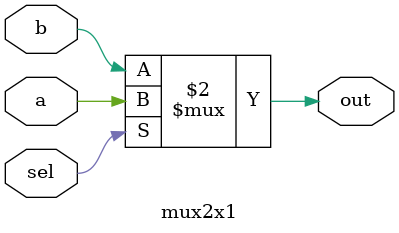
<source format=v>
`timescale 1ns / 1ps

module DFlipFlop (input clk, input rst, input D, output reg Q);
always @ (posedge clk or posedge rst)
    if (rst) begin
        Q <= 1'b0;
    end 
    else begin
        Q <= D;
    end
endmodule

module mux2x1(
input a,b,sel, 
output out
);

assign out = (sel==1)? a:b;

endmodule
</source>
